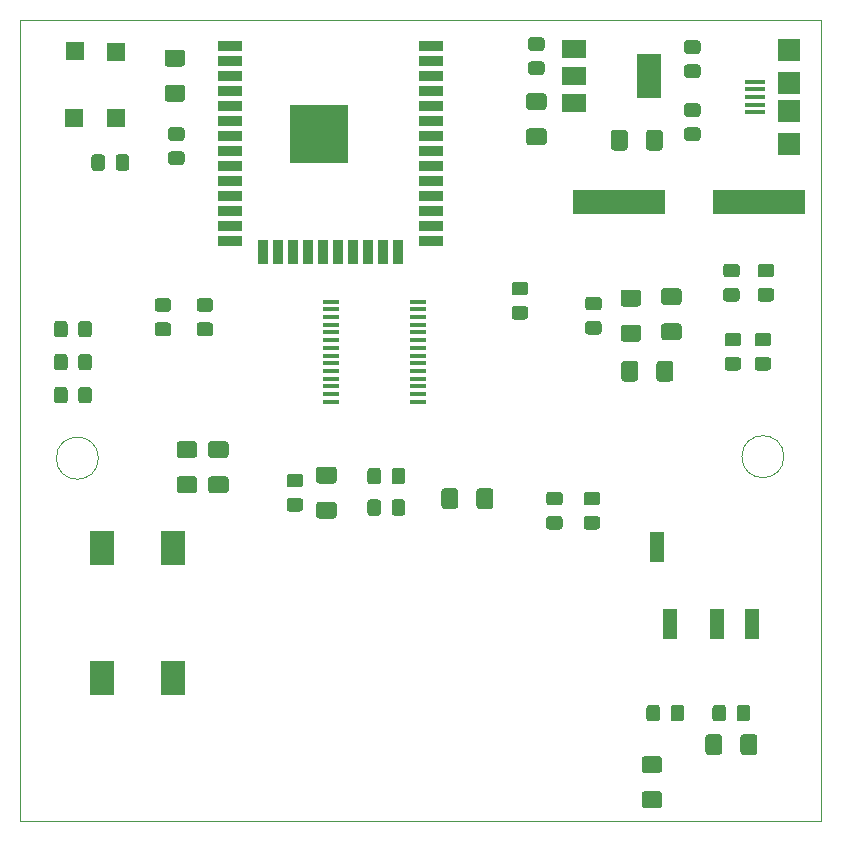
<source format=gbr>
%TF.GenerationSoftware,KiCad,Pcbnew,(5.1.8)-1*%
%TF.CreationDate,2021-07-11T12:48:12+05:30*%
%TF.ProjectId,AC_RMS_ESP32_ATM90E26,41435f52-4d53-45f4-9553-5033325f4154,V2*%
%TF.SameCoordinates,Original*%
%TF.FileFunction,Paste,Top*%
%TF.FilePolarity,Positive*%
%FSLAX46Y46*%
G04 Gerber Fmt 4.6, Leading zero omitted, Abs format (unit mm)*
G04 Created by KiCad (PCBNEW (5.1.8)-1) date 2021-07-11 12:48:12*
%MOMM*%
%LPD*%
G01*
G04 APERTURE LIST*
%TA.AperFunction,Profile*%
%ADD10C,0.050000*%
%TD*%
%ADD11R,1.900000X1.900000*%
%ADD12R,1.800000X0.400000*%
%ADD13R,1.500000X1.500000*%
%ADD14R,2.000000X3.000000*%
%ADD15R,5.000000X5.000000*%
%ADD16R,2.000000X0.900000*%
%ADD17R,0.900000X2.000000*%
%ADD18R,7.875000X2.000000*%
%ADD19R,2.000000X3.800000*%
%ADD20R,2.000000X1.500000*%
%ADD21R,1.397000X0.348000*%
%ADD22R,1.200000X2.500000*%
G04 APERTURE END LIST*
D10*
X137795000Y-66040000D02*
X137795000Y-133858000D01*
X69977000Y-66040000D02*
X69977000Y-133858000D01*
X134620000Y-102997000D02*
G75*
G03*
X134620000Y-102997000I-1778000J0D01*
G01*
X76585530Y-103124000D02*
G75*
G03*
X76585530Y-103124000I-1782530J0D01*
G01*
X137795000Y-66040000D02*
X122301000Y-66040000D01*
X122301000Y-66040000D02*
X85471000Y-66040000D01*
X85471000Y-66040000D02*
X69977000Y-66040000D01*
X122301000Y-133858000D02*
X137795000Y-133858000D01*
X85471000Y-133858000D02*
X122301000Y-133858000D01*
X69977000Y-133858000D02*
X85471000Y-133858000D01*
D11*
%TO.C,J4*%
X135085000Y-73735000D03*
X135085000Y-71335000D03*
X135085000Y-68585000D03*
X135085000Y-76485000D03*
D12*
X132185000Y-71235000D03*
X132185000Y-71885000D03*
X132185000Y-72535000D03*
X132185000Y-73835000D03*
X132185000Y-73185000D03*
%TD*%
D13*
%TO.C,sw1*%
X78095000Y-68693000D03*
X78085000Y-74313000D03*
%TD*%
%TO.C,sw2*%
X74569000Y-68689000D03*
X74559000Y-74309000D03*
%TD*%
%TO.C,D2*%
G36*
G01*
X124374000Y-75575000D02*
X124374000Y-76825000D01*
G75*
G02*
X124124000Y-77075000I-250000J0D01*
G01*
X123199000Y-77075000D01*
G75*
G02*
X122949000Y-76825000I0J250000D01*
G01*
X122949000Y-75575000D01*
G75*
G02*
X123199000Y-75325000I250000J0D01*
G01*
X124124000Y-75325000D01*
G75*
G02*
X124374000Y-75575000I0J-250000D01*
G01*
G37*
G36*
G01*
X121399000Y-75575000D02*
X121399000Y-76825000D01*
G75*
G02*
X121149000Y-77075000I-250000J0D01*
G01*
X120224000Y-77075000D01*
G75*
G02*
X119974000Y-76825000I0J250000D01*
G01*
X119974000Y-75575000D01*
G75*
G02*
X120224000Y-75325000I250000J0D01*
G01*
X121149000Y-75325000D01*
G75*
G02*
X121399000Y-75575000I0J-250000D01*
G01*
G37*
%TD*%
D14*
%TO.C,J8*%
X76883000Y-110705000D03*
X82883000Y-110705000D03*
X82883000Y-121705000D03*
X76883000Y-121705000D03*
%TD*%
%TO.C,R1*%
G36*
G01*
X132375000Y-126756000D02*
X132375000Y-128006000D01*
G75*
G02*
X132125000Y-128256000I-250000J0D01*
G01*
X131200000Y-128256000D01*
G75*
G02*
X130950000Y-128006000I0J250000D01*
G01*
X130950000Y-126756000D01*
G75*
G02*
X131200000Y-126506000I250000J0D01*
G01*
X132125000Y-126506000D01*
G75*
G02*
X132375000Y-126756000I0J-250000D01*
G01*
G37*
G36*
G01*
X129400000Y-126756000D02*
X129400000Y-128006000D01*
G75*
G02*
X129150000Y-128256000I-250000J0D01*
G01*
X128225000Y-128256000D01*
G75*
G02*
X127975000Y-128006000I0J250000D01*
G01*
X127975000Y-126756000D01*
G75*
G02*
X128225000Y-126506000I250000J0D01*
G01*
X129150000Y-126506000D01*
G75*
G02*
X129400000Y-126756000I0J-250000D01*
G01*
G37*
%TD*%
%TO.C,R4*%
G36*
G01*
X95260000Y-103845000D02*
X96510000Y-103845000D01*
G75*
G02*
X96760000Y-104095000I0J-250000D01*
G01*
X96760000Y-105020000D01*
G75*
G02*
X96510000Y-105270000I-250000J0D01*
G01*
X95260000Y-105270000D01*
G75*
G02*
X95010000Y-105020000I0J250000D01*
G01*
X95010000Y-104095000D01*
G75*
G02*
X95260000Y-103845000I250000J0D01*
G01*
G37*
G36*
G01*
X95260000Y-106820000D02*
X96510000Y-106820000D01*
G75*
G02*
X96760000Y-107070000I0J-250000D01*
G01*
X96760000Y-107995000D01*
G75*
G02*
X96510000Y-108245000I-250000J0D01*
G01*
X95260000Y-108245000D01*
G75*
G02*
X95010000Y-107995000I0J250000D01*
G01*
X95010000Y-107070000D01*
G75*
G02*
X95260000Y-106820000I250000J0D01*
G01*
G37*
%TD*%
%TO.C,R9*%
G36*
G01*
X82433000Y-71514000D02*
X83683000Y-71514000D01*
G75*
G02*
X83933000Y-71764000I0J-250000D01*
G01*
X83933000Y-72689000D01*
G75*
G02*
X83683000Y-72939000I-250000J0D01*
G01*
X82433000Y-72939000D01*
G75*
G02*
X82183000Y-72689000I0J250000D01*
G01*
X82183000Y-71764000D01*
G75*
G02*
X82433000Y-71514000I250000J0D01*
G01*
G37*
G36*
G01*
X82433000Y-68539000D02*
X83683000Y-68539000D01*
G75*
G02*
X83933000Y-68789000I0J-250000D01*
G01*
X83933000Y-69714000D01*
G75*
G02*
X83683000Y-69964000I-250000J0D01*
G01*
X82433000Y-69964000D01*
G75*
G02*
X82183000Y-69714000I0J250000D01*
G01*
X82183000Y-68789000D01*
G75*
G02*
X82433000Y-68539000I250000J0D01*
G01*
G37*
%TD*%
%TO.C,R10*%
G36*
G01*
X113040000Y-72222000D02*
X114290000Y-72222000D01*
G75*
G02*
X114540000Y-72472000I0J-250000D01*
G01*
X114540000Y-73397000D01*
G75*
G02*
X114290000Y-73647000I-250000J0D01*
G01*
X113040000Y-73647000D01*
G75*
G02*
X112790000Y-73397000I0J250000D01*
G01*
X112790000Y-72472000D01*
G75*
G02*
X113040000Y-72222000I250000J0D01*
G01*
G37*
G36*
G01*
X113040000Y-75197000D02*
X114290000Y-75197000D01*
G75*
G02*
X114540000Y-75447000I0J-250000D01*
G01*
X114540000Y-76372000D01*
G75*
G02*
X114290000Y-76622000I-250000J0D01*
G01*
X113040000Y-76622000D01*
G75*
G02*
X112790000Y-76372000I0J250000D01*
G01*
X112790000Y-75447000D01*
G75*
G02*
X113040000Y-75197000I250000J0D01*
G01*
G37*
%TD*%
%TO.C,R13*%
G36*
G01*
X123838000Y-96383000D02*
X123838000Y-95133000D01*
G75*
G02*
X124088000Y-94883000I250000J0D01*
G01*
X125013000Y-94883000D01*
G75*
G02*
X125263000Y-95133000I0J-250000D01*
G01*
X125263000Y-96383000D01*
G75*
G02*
X125013000Y-96633000I-250000J0D01*
G01*
X124088000Y-96633000D01*
G75*
G02*
X123838000Y-96383000I0J250000D01*
G01*
G37*
G36*
G01*
X120863000Y-96383000D02*
X120863000Y-95133000D01*
G75*
G02*
X121113000Y-94883000I250000J0D01*
G01*
X122038000Y-94883000D01*
G75*
G02*
X122288000Y-95133000I0J-250000D01*
G01*
X122288000Y-96383000D01*
G75*
G02*
X122038000Y-96633000I-250000J0D01*
G01*
X121113000Y-96633000D01*
G75*
G02*
X120863000Y-96383000I0J250000D01*
G01*
G37*
%TD*%
%TO.C,R14*%
G36*
G01*
X121041000Y-91834000D02*
X122291000Y-91834000D01*
G75*
G02*
X122541000Y-92084000I0J-250000D01*
G01*
X122541000Y-93009000D01*
G75*
G02*
X122291000Y-93259000I-250000J0D01*
G01*
X121041000Y-93259000D01*
G75*
G02*
X120791000Y-93009000I0J250000D01*
G01*
X120791000Y-92084000D01*
G75*
G02*
X121041000Y-91834000I250000J0D01*
G01*
G37*
G36*
G01*
X121041000Y-88859000D02*
X122291000Y-88859000D01*
G75*
G02*
X122541000Y-89109000I0J-250000D01*
G01*
X122541000Y-90034000D01*
G75*
G02*
X122291000Y-90284000I-250000J0D01*
G01*
X121041000Y-90284000D01*
G75*
G02*
X120791000Y-90034000I0J250000D01*
G01*
X120791000Y-89109000D01*
G75*
G02*
X121041000Y-88859000I250000J0D01*
G01*
G37*
%TD*%
%TO.C,R15*%
G36*
G01*
X124470000Y-91707000D02*
X125720000Y-91707000D01*
G75*
G02*
X125970000Y-91957000I0J-250000D01*
G01*
X125970000Y-92882000D01*
G75*
G02*
X125720000Y-93132000I-250000J0D01*
G01*
X124470000Y-93132000D01*
G75*
G02*
X124220000Y-92882000I0J250000D01*
G01*
X124220000Y-91957000D01*
G75*
G02*
X124470000Y-91707000I250000J0D01*
G01*
G37*
G36*
G01*
X124470000Y-88732000D02*
X125720000Y-88732000D01*
G75*
G02*
X125970000Y-88982000I0J-250000D01*
G01*
X125970000Y-89907000D01*
G75*
G02*
X125720000Y-90157000I-250000J0D01*
G01*
X124470000Y-90157000D01*
G75*
G02*
X124220000Y-89907000I0J250000D01*
G01*
X124220000Y-88982000D01*
G75*
G02*
X124470000Y-88732000I250000J0D01*
G01*
G37*
%TD*%
%TO.C,R16*%
G36*
G01*
X84699000Y-106086000D02*
X83449000Y-106086000D01*
G75*
G02*
X83199000Y-105836000I0J250000D01*
G01*
X83199000Y-104911000D01*
G75*
G02*
X83449000Y-104661000I250000J0D01*
G01*
X84699000Y-104661000D01*
G75*
G02*
X84949000Y-104911000I0J-250000D01*
G01*
X84949000Y-105836000D01*
G75*
G02*
X84699000Y-106086000I-250000J0D01*
G01*
G37*
G36*
G01*
X84699000Y-103111000D02*
X83449000Y-103111000D01*
G75*
G02*
X83199000Y-102861000I0J250000D01*
G01*
X83199000Y-101936000D01*
G75*
G02*
X83449000Y-101686000I250000J0D01*
G01*
X84699000Y-101686000D01*
G75*
G02*
X84949000Y-101936000I0J-250000D01*
G01*
X84949000Y-102861000D01*
G75*
G02*
X84699000Y-103111000I-250000J0D01*
G01*
G37*
%TD*%
%TO.C,R17*%
G36*
G01*
X86116000Y-104661000D02*
X87366000Y-104661000D01*
G75*
G02*
X87616000Y-104911000I0J-250000D01*
G01*
X87616000Y-105836000D01*
G75*
G02*
X87366000Y-106086000I-250000J0D01*
G01*
X86116000Y-106086000D01*
G75*
G02*
X85866000Y-105836000I0J250000D01*
G01*
X85866000Y-104911000D01*
G75*
G02*
X86116000Y-104661000I250000J0D01*
G01*
G37*
G36*
G01*
X86116000Y-101686000D02*
X87366000Y-101686000D01*
G75*
G02*
X87616000Y-101936000I0J-250000D01*
G01*
X87616000Y-102861000D01*
G75*
G02*
X87366000Y-103111000I-250000J0D01*
G01*
X86116000Y-103111000D01*
G75*
G02*
X85866000Y-102861000I0J250000D01*
G01*
X85866000Y-101936000D01*
G75*
G02*
X86116000Y-101686000I250000J0D01*
G01*
G37*
%TD*%
D15*
%TO.C,U1*%
X95266000Y-75699000D03*
D16*
X87766000Y-68199000D03*
X87766000Y-69469000D03*
X87766000Y-70739000D03*
X87766000Y-72009000D03*
X87766000Y-73279000D03*
X87766000Y-74549000D03*
X87766000Y-75819000D03*
X87766000Y-77089000D03*
X87766000Y-78359000D03*
X87766000Y-79629000D03*
X87766000Y-80899000D03*
X87766000Y-82169000D03*
X87766000Y-83439000D03*
X87766000Y-84709000D03*
D17*
X90551000Y-85709000D03*
X91821000Y-85709000D03*
X93091000Y-85709000D03*
X94361000Y-85709000D03*
X95631000Y-85709000D03*
X96901000Y-85709000D03*
X98171000Y-85709000D03*
X99441000Y-85709000D03*
X100711000Y-85709000D03*
X101981000Y-85709000D03*
D16*
X104766000Y-84709000D03*
X104766000Y-83439000D03*
X104766000Y-82169000D03*
X104766000Y-80899000D03*
X104766000Y-79629000D03*
X104766000Y-78359000D03*
X104766000Y-77089000D03*
X104766000Y-75819000D03*
X104766000Y-74549000D03*
X104766000Y-73279000D03*
X104766000Y-72009000D03*
X104766000Y-70739000D03*
X104766000Y-69469000D03*
X104766000Y-68199000D03*
%TD*%
D18*
%TO.C,Y1*%
X132556500Y-81407000D03*
X120681500Y-81407000D03*
%TD*%
D19*
%TO.C,U3*%
X123165000Y-70739000D03*
D20*
X116865000Y-70739000D03*
X116865000Y-73039000D03*
X116865000Y-68439000D03*
%TD*%
D21*
%TO.C,U2*%
X103605000Y-89882000D03*
X103605000Y-90532000D03*
X103605000Y-91182000D03*
X103605000Y-91832000D03*
X103605000Y-92482000D03*
X103605000Y-93132000D03*
X103605000Y-93782000D03*
X103605000Y-95082000D03*
X103605000Y-94432000D03*
X103605000Y-95732000D03*
X103605000Y-96382000D03*
X103605000Y-97032000D03*
X103605000Y-97682000D03*
X103605000Y-98332000D03*
X96293000Y-89882000D03*
X96293000Y-90532000D03*
X96293000Y-91182000D03*
X96293000Y-91832000D03*
X96293000Y-92482000D03*
X96293000Y-93132000D03*
X96293000Y-93782000D03*
X96293000Y-94432000D03*
X96293000Y-95082000D03*
X96293000Y-95732000D03*
X96293000Y-96382000D03*
X96293000Y-97032000D03*
X96293000Y-97682000D03*
X96293000Y-98332000D03*
%TD*%
D22*
%TO.C,J1*%
X123853000Y-110669000D03*
X124953000Y-117169000D03*
X128953000Y-117169000D03*
X131953000Y-117169000D03*
%TD*%
%TO.C,C1*%
G36*
G01*
X124069000Y-129781000D02*
X122819000Y-129781000D01*
G75*
G02*
X122569000Y-129531000I0J250000D01*
G01*
X122569000Y-128606000D01*
G75*
G02*
X122819000Y-128356000I250000J0D01*
G01*
X124069000Y-128356000D01*
G75*
G02*
X124319000Y-128606000I0J-250000D01*
G01*
X124319000Y-129531000D01*
G75*
G02*
X124069000Y-129781000I-250000J0D01*
G01*
G37*
G36*
G01*
X124069000Y-132756000D02*
X122819000Y-132756000D01*
G75*
G02*
X122569000Y-132506000I0J250000D01*
G01*
X122569000Y-131581000D01*
G75*
G02*
X122819000Y-131331000I250000J0D01*
G01*
X124069000Y-131331000D01*
G75*
G02*
X124319000Y-131581000I0J-250000D01*
G01*
X124319000Y-132506000D01*
G75*
G02*
X124069000Y-132756000I-250000J0D01*
G01*
G37*
%TD*%
%TO.C,C2*%
G36*
G01*
X105623000Y-107178000D02*
X105623000Y-105928000D01*
G75*
G02*
X105873000Y-105678000I250000J0D01*
G01*
X106798000Y-105678000D01*
G75*
G02*
X107048000Y-105928000I0J-250000D01*
G01*
X107048000Y-107178000D01*
G75*
G02*
X106798000Y-107428000I-250000J0D01*
G01*
X105873000Y-107428000D01*
G75*
G02*
X105623000Y-107178000I0J250000D01*
G01*
G37*
G36*
G01*
X108598000Y-107178000D02*
X108598000Y-105928000D01*
G75*
G02*
X108848000Y-105678000I250000J0D01*
G01*
X109773000Y-105678000D01*
G75*
G02*
X110023000Y-105928000I0J-250000D01*
G01*
X110023000Y-107178000D01*
G75*
G02*
X109773000Y-107428000I-250000J0D01*
G01*
X108848000Y-107428000D01*
G75*
G02*
X108598000Y-107178000I0J250000D01*
G01*
G37*
%TD*%
%TO.C,C3*%
G36*
G01*
X75997000Y-78555001D02*
X75997000Y-77654999D01*
G75*
G02*
X76246999Y-77405000I249999J0D01*
G01*
X76897001Y-77405000D01*
G75*
G02*
X77147000Y-77654999I0J-249999D01*
G01*
X77147000Y-78555001D01*
G75*
G02*
X76897001Y-78805000I-249999J0D01*
G01*
X76246999Y-78805000D01*
G75*
G02*
X75997000Y-78555001I0J249999D01*
G01*
G37*
G36*
G01*
X78047000Y-78555001D02*
X78047000Y-77654999D01*
G75*
G02*
X78296999Y-77405000I249999J0D01*
G01*
X78947001Y-77405000D01*
G75*
G02*
X79197000Y-77654999I0J-249999D01*
G01*
X79197000Y-78555001D01*
G75*
G02*
X78947001Y-78805000I-249999J0D01*
G01*
X78296999Y-78805000D01*
G75*
G02*
X78047000Y-78555001I0J249999D01*
G01*
G37*
%TD*%
%TO.C,C4*%
G36*
G01*
X114115001Y-70688000D02*
X113214999Y-70688000D01*
G75*
G02*
X112965000Y-70438001I0J249999D01*
G01*
X112965000Y-69787999D01*
G75*
G02*
X113214999Y-69538000I249999J0D01*
G01*
X114115001Y-69538000D01*
G75*
G02*
X114365000Y-69787999I0J-249999D01*
G01*
X114365000Y-70438001D01*
G75*
G02*
X114115001Y-70688000I-249999J0D01*
G01*
G37*
G36*
G01*
X114115001Y-68638000D02*
X113214999Y-68638000D01*
G75*
G02*
X112965000Y-68388001I0J249999D01*
G01*
X112965000Y-67737999D01*
G75*
G02*
X113214999Y-67488000I249999J0D01*
G01*
X114115001Y-67488000D01*
G75*
G02*
X114365000Y-67737999I0J-249999D01*
G01*
X114365000Y-68388001D01*
G75*
G02*
X114115001Y-68638000I-249999J0D01*
G01*
G37*
%TD*%
%TO.C,C5*%
G36*
G01*
X127323001Y-70942000D02*
X126422999Y-70942000D01*
G75*
G02*
X126173000Y-70692001I0J249999D01*
G01*
X126173000Y-70041999D01*
G75*
G02*
X126422999Y-69792000I249999J0D01*
G01*
X127323001Y-69792000D01*
G75*
G02*
X127573000Y-70041999I0J-249999D01*
G01*
X127573000Y-70692001D01*
G75*
G02*
X127323001Y-70942000I-249999J0D01*
G01*
G37*
G36*
G01*
X127323001Y-68892000D02*
X126422999Y-68892000D01*
G75*
G02*
X126173000Y-68642001I0J249999D01*
G01*
X126173000Y-67991999D01*
G75*
G02*
X126422999Y-67742000I249999J0D01*
G01*
X127323001Y-67742000D01*
G75*
G02*
X127573000Y-67991999I0J-249999D01*
G01*
X127573000Y-68642001D01*
G75*
G02*
X127323001Y-68892000I-249999J0D01*
G01*
G37*
%TD*%
%TO.C,C6*%
G36*
G01*
X126422999Y-75126000D02*
X127323001Y-75126000D01*
G75*
G02*
X127573000Y-75375999I0J-249999D01*
G01*
X127573000Y-76026001D01*
G75*
G02*
X127323001Y-76276000I-249999J0D01*
G01*
X126422999Y-76276000D01*
G75*
G02*
X126173000Y-76026001I0J249999D01*
G01*
X126173000Y-75375999D01*
G75*
G02*
X126422999Y-75126000I249999J0D01*
G01*
G37*
G36*
G01*
X126422999Y-73076000D02*
X127323001Y-73076000D01*
G75*
G02*
X127573000Y-73325999I0J-249999D01*
G01*
X127573000Y-73976001D01*
G75*
G02*
X127323001Y-74226000I-249999J0D01*
G01*
X126422999Y-74226000D01*
G75*
G02*
X126173000Y-73976001I0J249999D01*
G01*
X126173000Y-73325999D01*
G75*
G02*
X126422999Y-73076000I249999J0D01*
G01*
G37*
%TD*%
%TO.C,C7*%
G36*
G01*
X73972000Y-94545999D02*
X73972000Y-95446001D01*
G75*
G02*
X73722001Y-95696000I-249999J0D01*
G01*
X73071999Y-95696000D01*
G75*
G02*
X72822000Y-95446001I0J249999D01*
G01*
X72822000Y-94545999D01*
G75*
G02*
X73071999Y-94296000I249999J0D01*
G01*
X73722001Y-94296000D01*
G75*
G02*
X73972000Y-94545999I0J-249999D01*
G01*
G37*
G36*
G01*
X76022000Y-94545999D02*
X76022000Y-95446001D01*
G75*
G02*
X75772001Y-95696000I-249999J0D01*
G01*
X75121999Y-95696000D01*
G75*
G02*
X74872000Y-95446001I0J249999D01*
G01*
X74872000Y-94545999D01*
G75*
G02*
X75121999Y-94296000I249999J0D01*
G01*
X75772001Y-94296000D01*
G75*
G02*
X76022000Y-94545999I0J-249999D01*
G01*
G37*
%TD*%
%TO.C,C8*%
G36*
G01*
X118814001Y-109169000D02*
X117913999Y-109169000D01*
G75*
G02*
X117664000Y-108919001I0J249999D01*
G01*
X117664000Y-108268999D01*
G75*
G02*
X117913999Y-108019000I249999J0D01*
G01*
X118814001Y-108019000D01*
G75*
G02*
X119064000Y-108268999I0J-249999D01*
G01*
X119064000Y-108919001D01*
G75*
G02*
X118814001Y-109169000I-249999J0D01*
G01*
G37*
G36*
G01*
X118814001Y-107119000D02*
X117913999Y-107119000D01*
G75*
G02*
X117664000Y-106869001I0J249999D01*
G01*
X117664000Y-106218999D01*
G75*
G02*
X117913999Y-105969000I249999J0D01*
G01*
X118814001Y-105969000D01*
G75*
G02*
X119064000Y-106218999I0J-249999D01*
G01*
X119064000Y-106869001D01*
G75*
G02*
X118814001Y-107119000I-249999J0D01*
G01*
G37*
%TD*%
%TO.C,C9*%
G36*
G01*
X129724999Y-88715000D02*
X130625001Y-88715000D01*
G75*
G02*
X130875000Y-88964999I0J-249999D01*
G01*
X130875000Y-89615001D01*
G75*
G02*
X130625001Y-89865000I-249999J0D01*
G01*
X129724999Y-89865000D01*
G75*
G02*
X129475000Y-89615001I0J249999D01*
G01*
X129475000Y-88964999D01*
G75*
G02*
X129724999Y-88715000I249999J0D01*
G01*
G37*
G36*
G01*
X129724999Y-86665000D02*
X130625001Y-86665000D01*
G75*
G02*
X130875000Y-86914999I0J-249999D01*
G01*
X130875000Y-87565001D01*
G75*
G02*
X130625001Y-87815000I-249999J0D01*
G01*
X129724999Y-87815000D01*
G75*
G02*
X129475000Y-87565001I0J249999D01*
G01*
X129475000Y-86914999D01*
G75*
G02*
X129724999Y-86665000I249999J0D01*
G01*
G37*
%TD*%
%TO.C,C10*%
G36*
G01*
X132645999Y-88715000D02*
X133546001Y-88715000D01*
G75*
G02*
X133796000Y-88964999I0J-249999D01*
G01*
X133796000Y-89615001D01*
G75*
G02*
X133546001Y-89865000I-249999J0D01*
G01*
X132645999Y-89865000D01*
G75*
G02*
X132396000Y-89615001I0J249999D01*
G01*
X132396000Y-88964999D01*
G75*
G02*
X132645999Y-88715000I249999J0D01*
G01*
G37*
G36*
G01*
X132645999Y-86665000D02*
X133546001Y-86665000D01*
G75*
G02*
X133796000Y-86914999I0J-249999D01*
G01*
X133796000Y-87565001D01*
G75*
G02*
X133546001Y-87815000I-249999J0D01*
G01*
X132645999Y-87815000D01*
G75*
G02*
X132396000Y-87565001I0J249999D01*
G01*
X132396000Y-86914999D01*
G75*
G02*
X132645999Y-86665000I249999J0D01*
G01*
G37*
%TD*%
%TO.C,C11*%
G36*
G01*
X118040999Y-89459000D02*
X118941001Y-89459000D01*
G75*
G02*
X119191000Y-89708999I0J-249999D01*
G01*
X119191000Y-90359001D01*
G75*
G02*
X118941001Y-90609000I-249999J0D01*
G01*
X118040999Y-90609000D01*
G75*
G02*
X117791000Y-90359001I0J249999D01*
G01*
X117791000Y-89708999D01*
G75*
G02*
X118040999Y-89459000I249999J0D01*
G01*
G37*
G36*
G01*
X118040999Y-91509000D02*
X118941001Y-91509000D01*
G75*
G02*
X119191000Y-91758999I0J-249999D01*
G01*
X119191000Y-92409001D01*
G75*
G02*
X118941001Y-92659000I-249999J0D01*
G01*
X118040999Y-92659000D01*
G75*
G02*
X117791000Y-92409001I0J249999D01*
G01*
X117791000Y-91758999D01*
G75*
G02*
X118040999Y-91509000I249999J0D01*
G01*
G37*
%TD*%
%TO.C,C12*%
G36*
G01*
X111817999Y-90239000D02*
X112718001Y-90239000D01*
G75*
G02*
X112968000Y-90488999I0J-249999D01*
G01*
X112968000Y-91139001D01*
G75*
G02*
X112718001Y-91389000I-249999J0D01*
G01*
X111817999Y-91389000D01*
G75*
G02*
X111568000Y-91139001I0J249999D01*
G01*
X111568000Y-90488999D01*
G75*
G02*
X111817999Y-90239000I249999J0D01*
G01*
G37*
G36*
G01*
X111817999Y-88189000D02*
X112718001Y-88189000D01*
G75*
G02*
X112968000Y-88438999I0J-249999D01*
G01*
X112968000Y-89089001D01*
G75*
G02*
X112718001Y-89339000I-249999J0D01*
G01*
X111817999Y-89339000D01*
G75*
G02*
X111568000Y-89089001I0J249999D01*
G01*
X111568000Y-88438999D01*
G75*
G02*
X111817999Y-88189000I249999J0D01*
G01*
G37*
%TD*%
%TO.C,C13*%
G36*
G01*
X72822000Y-92652001D02*
X72822000Y-91751999D01*
G75*
G02*
X73071999Y-91502000I249999J0D01*
G01*
X73722001Y-91502000D01*
G75*
G02*
X73972000Y-91751999I0J-249999D01*
G01*
X73972000Y-92652001D01*
G75*
G02*
X73722001Y-92902000I-249999J0D01*
G01*
X73071999Y-92902000D01*
G75*
G02*
X72822000Y-92652001I0J249999D01*
G01*
G37*
G36*
G01*
X74872000Y-92652001D02*
X74872000Y-91751999D01*
G75*
G02*
X75121999Y-91502000I249999J0D01*
G01*
X75772001Y-91502000D01*
G75*
G02*
X76022000Y-91751999I0J-249999D01*
G01*
X76022000Y-92652001D01*
G75*
G02*
X75772001Y-92902000I-249999J0D01*
G01*
X75121999Y-92902000D01*
G75*
G02*
X74872000Y-92652001I0J249999D01*
G01*
G37*
%TD*%
%TO.C,C15*%
G36*
G01*
X76022000Y-97339999D02*
X76022000Y-98240001D01*
G75*
G02*
X75772001Y-98490000I-249999J0D01*
G01*
X75121999Y-98490000D01*
G75*
G02*
X74872000Y-98240001I0J249999D01*
G01*
X74872000Y-97339999D01*
G75*
G02*
X75121999Y-97090000I249999J0D01*
G01*
X75772001Y-97090000D01*
G75*
G02*
X76022000Y-97339999I0J-249999D01*
G01*
G37*
G36*
G01*
X73972000Y-97339999D02*
X73972000Y-98240001D01*
G75*
G02*
X73722001Y-98490000I-249999J0D01*
G01*
X73071999Y-98490000D01*
G75*
G02*
X72822000Y-98240001I0J249999D01*
G01*
X72822000Y-97339999D01*
G75*
G02*
X73071999Y-97090000I249999J0D01*
G01*
X73722001Y-97090000D01*
G75*
G02*
X73972000Y-97339999I0J-249999D01*
G01*
G37*
%TD*%
%TO.C,C16*%
G36*
G01*
X81591999Y-91636000D02*
X82492001Y-91636000D01*
G75*
G02*
X82742000Y-91885999I0J-249999D01*
G01*
X82742000Y-92536001D01*
G75*
G02*
X82492001Y-92786000I-249999J0D01*
G01*
X81591999Y-92786000D01*
G75*
G02*
X81342000Y-92536001I0J249999D01*
G01*
X81342000Y-91885999D01*
G75*
G02*
X81591999Y-91636000I249999J0D01*
G01*
G37*
G36*
G01*
X81591999Y-89586000D02*
X82492001Y-89586000D01*
G75*
G02*
X82742000Y-89835999I0J-249999D01*
G01*
X82742000Y-90486001D01*
G75*
G02*
X82492001Y-90736000I-249999J0D01*
G01*
X81591999Y-90736000D01*
G75*
G02*
X81342000Y-90486001I0J249999D01*
G01*
X81342000Y-89835999D01*
G75*
G02*
X81591999Y-89586000I249999J0D01*
G01*
G37*
%TD*%
%TO.C,C17*%
G36*
G01*
X85147999Y-89586000D02*
X86048001Y-89586000D01*
G75*
G02*
X86298000Y-89835999I0J-249999D01*
G01*
X86298000Y-90486001D01*
G75*
G02*
X86048001Y-90736000I-249999J0D01*
G01*
X85147999Y-90736000D01*
G75*
G02*
X84898000Y-90486001I0J249999D01*
G01*
X84898000Y-89835999D01*
G75*
G02*
X85147999Y-89586000I249999J0D01*
G01*
G37*
G36*
G01*
X85147999Y-91636000D02*
X86048001Y-91636000D01*
G75*
G02*
X86298000Y-91885999I0J-249999D01*
G01*
X86298000Y-92536001D01*
G75*
G02*
X86048001Y-92786000I-249999J0D01*
G01*
X85147999Y-92786000D01*
G75*
G02*
X84898000Y-92536001I0J249999D01*
G01*
X84898000Y-91885999D01*
G75*
G02*
X85147999Y-91636000I249999J0D01*
G01*
G37*
%TD*%
%TO.C,C18*%
G36*
G01*
X114738999Y-108019000D02*
X115639001Y-108019000D01*
G75*
G02*
X115889000Y-108268999I0J-249999D01*
G01*
X115889000Y-108919001D01*
G75*
G02*
X115639001Y-109169000I-249999J0D01*
G01*
X114738999Y-109169000D01*
G75*
G02*
X114489000Y-108919001I0J249999D01*
G01*
X114489000Y-108268999D01*
G75*
G02*
X114738999Y-108019000I249999J0D01*
G01*
G37*
G36*
G01*
X114738999Y-105969000D02*
X115639001Y-105969000D01*
G75*
G02*
X115889000Y-106218999I0J-249999D01*
G01*
X115889000Y-106869001D01*
G75*
G02*
X115639001Y-107119000I-249999J0D01*
G01*
X114738999Y-107119000D01*
G75*
G02*
X114489000Y-106869001I0J249999D01*
G01*
X114489000Y-106218999D01*
G75*
G02*
X114738999Y-105969000I249999J0D01*
G01*
G37*
%TD*%
%TO.C,R2*%
G36*
G01*
X129725000Y-124263999D02*
X129725000Y-125164001D01*
G75*
G02*
X129475001Y-125414000I-249999J0D01*
G01*
X128824999Y-125414000D01*
G75*
G02*
X128575000Y-125164001I0J249999D01*
G01*
X128575000Y-124263999D01*
G75*
G02*
X128824999Y-124014000I249999J0D01*
G01*
X129475001Y-124014000D01*
G75*
G02*
X129725000Y-124263999I0J-249999D01*
G01*
G37*
G36*
G01*
X131775000Y-124263999D02*
X131775000Y-125164001D01*
G75*
G02*
X131525001Y-125414000I-249999J0D01*
G01*
X130874999Y-125414000D01*
G75*
G02*
X130625000Y-125164001I0J249999D01*
G01*
X130625000Y-124263999D01*
G75*
G02*
X130874999Y-124014000I249999J0D01*
G01*
X131525001Y-124014000D01*
G75*
G02*
X131775000Y-124263999I0J-249999D01*
G01*
G37*
%TD*%
%TO.C,R3*%
G36*
G01*
X126187000Y-124263999D02*
X126187000Y-125164001D01*
G75*
G02*
X125937001Y-125414000I-249999J0D01*
G01*
X125286999Y-125414000D01*
G75*
G02*
X125037000Y-125164001I0J249999D01*
G01*
X125037000Y-124263999D01*
G75*
G02*
X125286999Y-124014000I249999J0D01*
G01*
X125937001Y-124014000D01*
G75*
G02*
X126187000Y-124263999I0J-249999D01*
G01*
G37*
G36*
G01*
X124137000Y-124263999D02*
X124137000Y-125164001D01*
G75*
G02*
X123887001Y-125414000I-249999J0D01*
G01*
X123236999Y-125414000D01*
G75*
G02*
X122987000Y-125164001I0J249999D01*
G01*
X122987000Y-124263999D01*
G75*
G02*
X123236999Y-124014000I249999J0D01*
G01*
X123887001Y-124014000D01*
G75*
G02*
X124137000Y-124263999I0J-249999D01*
G01*
G37*
%TD*%
%TO.C,R5*%
G36*
G01*
X93668001Y-107645000D02*
X92767999Y-107645000D01*
G75*
G02*
X92518000Y-107395001I0J249999D01*
G01*
X92518000Y-106744999D01*
G75*
G02*
X92767999Y-106495000I249999J0D01*
G01*
X93668001Y-106495000D01*
G75*
G02*
X93918000Y-106744999I0J-249999D01*
G01*
X93918000Y-107395001D01*
G75*
G02*
X93668001Y-107645000I-249999J0D01*
G01*
G37*
G36*
G01*
X93668001Y-105595000D02*
X92767999Y-105595000D01*
G75*
G02*
X92518000Y-105345001I0J249999D01*
G01*
X92518000Y-104694999D01*
G75*
G02*
X92767999Y-104445000I249999J0D01*
G01*
X93668001Y-104445000D01*
G75*
G02*
X93918000Y-104694999I0J-249999D01*
G01*
X93918000Y-105345001D01*
G75*
G02*
X93668001Y-105595000I-249999J0D01*
G01*
G37*
%TD*%
%TO.C,R6*%
G36*
G01*
X100515000Y-106864999D02*
X100515000Y-107765001D01*
G75*
G02*
X100265001Y-108015000I-249999J0D01*
G01*
X99614999Y-108015000D01*
G75*
G02*
X99365000Y-107765001I0J249999D01*
G01*
X99365000Y-106864999D01*
G75*
G02*
X99614999Y-106615000I249999J0D01*
G01*
X100265001Y-106615000D01*
G75*
G02*
X100515000Y-106864999I0J-249999D01*
G01*
G37*
G36*
G01*
X102565000Y-106864999D02*
X102565000Y-107765001D01*
G75*
G02*
X102315001Y-108015000I-249999J0D01*
G01*
X101664999Y-108015000D01*
G75*
G02*
X101415000Y-107765001I0J249999D01*
G01*
X101415000Y-106864999D01*
G75*
G02*
X101664999Y-106615000I249999J0D01*
G01*
X102315001Y-106615000D01*
G75*
G02*
X102565000Y-106864999I0J-249999D01*
G01*
G37*
%TD*%
%TO.C,R7*%
G36*
G01*
X99365000Y-105098001D02*
X99365000Y-104197999D01*
G75*
G02*
X99614999Y-103948000I249999J0D01*
G01*
X100265001Y-103948000D01*
G75*
G02*
X100515000Y-104197999I0J-249999D01*
G01*
X100515000Y-105098001D01*
G75*
G02*
X100265001Y-105348000I-249999J0D01*
G01*
X99614999Y-105348000D01*
G75*
G02*
X99365000Y-105098001I0J249999D01*
G01*
G37*
G36*
G01*
X101415000Y-105098001D02*
X101415000Y-104197999D01*
G75*
G02*
X101664999Y-103948000I249999J0D01*
G01*
X102315001Y-103948000D01*
G75*
G02*
X102565000Y-104197999I0J-249999D01*
G01*
X102565000Y-105098001D01*
G75*
G02*
X102315001Y-105348000I-249999J0D01*
G01*
X101664999Y-105348000D01*
G75*
G02*
X101415000Y-105098001I0J249999D01*
G01*
G37*
%TD*%
%TO.C,R8*%
G36*
G01*
X83635001Y-76258000D02*
X82734999Y-76258000D01*
G75*
G02*
X82485000Y-76008001I0J249999D01*
G01*
X82485000Y-75357999D01*
G75*
G02*
X82734999Y-75108000I249999J0D01*
G01*
X83635001Y-75108000D01*
G75*
G02*
X83885000Y-75357999I0J-249999D01*
G01*
X83885000Y-76008001D01*
G75*
G02*
X83635001Y-76258000I-249999J0D01*
G01*
G37*
G36*
G01*
X83635001Y-78308000D02*
X82734999Y-78308000D01*
G75*
G02*
X82485000Y-78058001I0J249999D01*
G01*
X82485000Y-77407999D01*
G75*
G02*
X82734999Y-77158000I249999J0D01*
G01*
X83635001Y-77158000D01*
G75*
G02*
X83885000Y-77407999I0J-249999D01*
G01*
X83885000Y-78058001D01*
G75*
G02*
X83635001Y-78308000I-249999J0D01*
G01*
G37*
%TD*%
%TO.C,R11*%
G36*
G01*
X133292001Y-95707000D02*
X132391999Y-95707000D01*
G75*
G02*
X132142000Y-95457001I0J249999D01*
G01*
X132142000Y-94806999D01*
G75*
G02*
X132391999Y-94557000I249999J0D01*
G01*
X133292001Y-94557000D01*
G75*
G02*
X133542000Y-94806999I0J-249999D01*
G01*
X133542000Y-95457001D01*
G75*
G02*
X133292001Y-95707000I-249999J0D01*
G01*
G37*
G36*
G01*
X133292001Y-93657000D02*
X132391999Y-93657000D01*
G75*
G02*
X132142000Y-93407001I0J249999D01*
G01*
X132142000Y-92756999D01*
G75*
G02*
X132391999Y-92507000I249999J0D01*
G01*
X133292001Y-92507000D01*
G75*
G02*
X133542000Y-92756999I0J-249999D01*
G01*
X133542000Y-93407001D01*
G75*
G02*
X133292001Y-93657000I-249999J0D01*
G01*
G37*
%TD*%
%TO.C,R12*%
G36*
G01*
X130752001Y-93657000D02*
X129851999Y-93657000D01*
G75*
G02*
X129602000Y-93407001I0J249999D01*
G01*
X129602000Y-92756999D01*
G75*
G02*
X129851999Y-92507000I249999J0D01*
G01*
X130752001Y-92507000D01*
G75*
G02*
X131002000Y-92756999I0J-249999D01*
G01*
X131002000Y-93407001D01*
G75*
G02*
X130752001Y-93657000I-249999J0D01*
G01*
G37*
G36*
G01*
X130752001Y-95707000D02*
X129851999Y-95707000D01*
G75*
G02*
X129602000Y-95457001I0J249999D01*
G01*
X129602000Y-94806999D01*
G75*
G02*
X129851999Y-94557000I249999J0D01*
G01*
X130752001Y-94557000D01*
G75*
G02*
X131002000Y-94806999I0J-249999D01*
G01*
X131002000Y-95457001D01*
G75*
G02*
X130752001Y-95707000I-249999J0D01*
G01*
G37*
%TD*%
M02*

</source>
